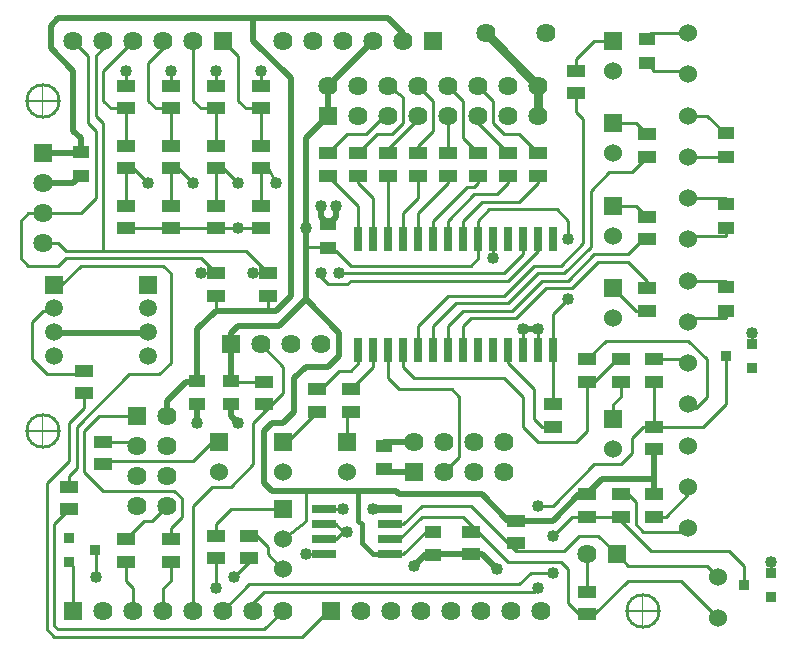
<source format=gbl>
G04  Format:          Gerber Format (RS-274-D), ASCII*
G04*
G04  Format Options:  Absolute Positioning*
G04                   Leading-Zero Suppression*
G04                   Scale Factor 1:1*
G04                   NO Circular Interpolation*
G04                   Millimeter Units*
G04                   Numeric Format: 4.4 (XXXX.XXXX)*
G04                   G54 NOT Used for Aperture Change*
G04                   Apertures Embedded*
G04*
G04  File Options:    Offset = (0.000mm,0.000mm)*
G04                   Drill Symbol Size = 0.000mm*
G04                   No Pad/Via Holes*
G04*
G04  File Contents:   Pads*
G04                   Vias*
G04                   No Designators*
G04                   No Types*
G04                   No Values*
G04                   No Drill Symbols*
G04                   Bottom*
G04*
%INARHAB_VB.GBL*%
%ICAS*%
%MOMM*%
G04*
G04  Aperture MACROs for general use --- invoked via D-code assignment *
G04*
G04  General MACRO for flashed round with rotation and/or offset hole *
%AMROTOFFROUND*
1,1,$1,0.0000,0.0000*
1,0,$2,$3,$4*%
G04*
G04  General MACRO for flashed oval (obround) with rotation and/or offset hole *
%AMROTOFFOVAL*
21,1,$1,$2,0.0000,0.0000,$3*
1,1,$4,$5,$6*
1,1,$4,0-$5,0-$6*
1,0,$7,$8,$9*%
G04*
G04  General MACRO for flashed oval (obround) with rotation and no hole *
%AMROTOVALNOHOLE*
21,1,$1,$2,0.0000,0.0000,$3*
1,1,$4,$5,$6*
1,1,$4,0-$5,0-$6*%
G04*
G04  General MACRO for flashed rectangle with rotation and/or offset hole *
%AMROTOFFRECT*
21,1,$1,$2,0.0000,0.0000,$3*
1,0,$4,$5,$6*%
G04*
G04  General MACRO for flashed rectangle with rotation and no hole *
%AMROTRECTNOHOLE*
21,1,$1,$2,0.0000,0.0000,$3*%
G04*
G04  General MACRO for flashed rounded-rectangle *
%AMROUNDRECT*
21,1,$1,$2-$4,0.0000,0.0000,$3*
21,1,$1-$4,$2,0.0000,0.0000,$3*
1,1,$4,$5,$6*
1,1,$4,$7,$8*
1,1,$4,0-$5,0-$6*
1,1,$4,0-$7,0-$8*
1,0,$9,$10,$11*%
G04*
G04  General MACRO for flashed rounded-rectangle with rotation and no hole *
%AMROUNDRECTNOHOLE*
21,1,$1,$2-$4,0.0000,0.0000,$3*
21,1,$1-$4,$2,0.0000,0.0000,$3*
1,1,$4,$5,$6*
1,1,$4,$7,$8*
1,1,$4,0-$5,0-$6*
1,1,$4,0-$7,0-$8*%
G04*
G04  General MACRO for flashed regular polygon *
%AMREGPOLY*
5,1,$1,0.0000,0.0000,$2,$3+$4*
1,0,$5,$6,$7*%
G04*
G04  General MACRO for flashed regular polygon with no hole *
%AMREGPOLYNOHOLE*
5,1,$1,0.0000,0.0000,$2,$3+$4*%
G04*
G04  General MACRO for target *
%AMTARGET*
6,0,0,$1,$2,$3,4,$4,$5,$6*%
G04*
G04  General MACRO for mounting hole *
%AMMTHOLE*
1,1,$1,0,0*
1,0,$2,0,0*
$1=$1-$2*
$1=$1/2*
21,1,$2+$1,$3,0,0,$4*
21,1,$3,$2+$1,0,0,$4*%
G04*
G04*
G04  D10 : "Ellipse X0.254mm Y0.254mm H0.000mm 0.0deg (0.000mm,0.000mm) Draw"*
G04  Disc: OuterDia=0.2540*
%ADD10C, 0.2540*%
G04  D11 : "Ellipse X0.279mm Y0.279mm H0.000mm 0.0deg (0.000mm,0.000mm) Draw"*
G04  Disc: OuterDia=0.2794*
%ADD11C, 0.2794*%
G04  D12 : "Ellipse X0.381mm Y0.381mm H0.000mm 0.0deg (0.000mm,0.000mm) Draw"*
G04  Disc: OuterDia=0.3810*
%ADD12C, 0.3810*%
G04  D13 : "Ellipse X0.508mm Y0.508mm H0.000mm 0.0deg (0.000mm,0.000mm) Draw"*
G04  Disc: OuterDia=0.5080*
%ADD13C, 0.5080*%
G04  D14 : "Ellipse X0.635mm Y0.635mm H0.000mm 0.0deg (0.000mm,0.000mm) Draw"*
G04  Disc: OuterDia=0.6350*
%ADD14C, 0.6350*%
G04  D15 : "Ellipse X0.762mm Y0.762mm H0.000mm 0.0deg (0.000mm,0.000mm) Draw"*
G04  Disc: OuterDia=0.7620*
%ADD15C, 0.7620*%
G04  D16 : "Ellipse X0.127mm Y0.127mm H0.000mm 0.0deg (0.000mm,0.000mm) Draw"*
G04  Disc: OuterDia=0.1270*
%ADD16C, 0.1270*%
G04  D17 : "Ellipse X0.152mm Y0.152mm H0.000mm 0.0deg (0.000mm,0.000mm) Draw"*
G04  Disc: OuterDia=0.1524*
%ADD17C, 0.1524*%
G04  D18 : "Ellipse X0.180mm Y0.180mm H0.000mm 0.0deg (0.000mm,0.000mm) Draw"*
G04  Disc: OuterDia=0.1800*
%ADD18C, 0.1800*%
G04  D19 : "Ellipse X0.250mm Y0.250mm H0.000mm 0.0deg (0.000mm,0.000mm) Draw"*
G04  Disc: OuterDia=0.2500*
%ADD19C, 0.2500*%
G04  D20 : "Ellipse X3.152mm Y3.152mm H0.000mm 0.0deg (0.000mm,0.000mm) Flash"*
G04  Disc: OuterDia=3.1520*
%ADD20C, 3.1520*%
G04  D21 : "Ellipse X1.500mm Y1.500mm H0.000mm 0.0deg (0.000mm,0.000mm) Flash"*
G04  Disc: OuterDia=1.5000*
%ADD21C, 1.5000*%
G04  D22 : "Ellipse X1.524mm Y1.524mm H0.000mm 0.0deg (0.000mm,0.000mm) Flash"*
G04  Disc: OuterDia=1.5240*
%ADD22C, 1.5240*%
G04  D23 : "Ellipse X1.626mm Y1.626mm H0.000mm 0.0deg (0.000mm,0.000mm) Flash"*
G04  Disc: OuterDia=1.6256*
%ADD23C, 1.6256*%
G04  D24 : "Ellipse X1.652mm Y1.652mm H0.000mm 0.0deg (0.000mm,0.000mm) Flash"*
G04  Disc: OuterDia=1.6520*
%ADD24C, 1.6520*%
G04  D25 : "Ellipse X1.676mm Y1.676mm H0.000mm 0.0deg (0.000mm,0.000mm) Flash"*
G04  Disc: OuterDia=1.6760*
%ADD25C, 1.6760*%
G04  D26 : "Ellipse X1.778mm Y1.778mm H0.000mm 0.0deg (0.000mm,0.000mm) Flash"*
G04  Disc: OuterDia=1.7776*
%ADD26C, 1.7776*%
G04  D27 : "Mounting Hole X3.000mm Y3.000mm H0.000mm 0.0deg (0.000mm,0.000mm) Flash"*
G04  Mounting Hole: Diameter=3.0000, Rotation=0.0, LineWidth=0.1270 *
%ADD27MTHOLE, 3.0000 X2.4920 X0.1270 X0.0*%
G04  D28 : "Rectangle X0.813mm Y0.813mm H0.000mm 0.0deg (0.000mm,0.000mm) Flash"*
G04  Square: Side=0.8128, Rotation=0.0, OffsetX=0.0000, OffsetY=0.0000, HoleDia=0.0000*
%ADD28R, 0.8128 X0.8128*%
G04  D29 : "Rectangle X0.965mm Y0.965mm H0.000mm 0.0deg (0.000mm,0.000mm) Flash"*
G04  Square: Side=0.9648, Rotation=0.0, OffsetX=0.0000, OffsetY=0.0000, HoleDia=0.0000*
%ADD29R, 0.9648 X0.9648*%
G04  D30 : "Rectangle X1.500mm Y1.000mm H0.000mm 0.0deg (0.000mm,0.000mm) Flash"*
G04  Rectangular: DimX=1.5000, DimY=1.0000, Rotation=0.0, OffsetX=0.0000, OffsetY=0.0000, HoleDia=0.0000 *
%ADD30R, 1.5000 X1.0000*%
G04  D31 : "Rectangle X1.400mm Y1.100mm H0.000mm 0.0deg (0.000mm,0.000mm) Flash"*
G04  Rectangular: DimX=1.4000, DimY=1.1000, Rotation=0.0, OffsetX=0.0000, OffsetY=0.0000, HoleDia=0.0000 *
%ADD31R, 1.4000 X1.1000*%
G04  D32 : "Rectangle X1.652mm Y1.152mm H0.000mm 0.0deg (0.000mm,0.000mm) Flash"*
G04  Rectangular: DimX=1.6520, DimY=1.1520, Rotation=0.0, OffsetX=0.0000, OffsetY=0.0000, HoleDia=0.0000 *
%ADD32R, 1.6520 X1.1520*%
G04  D33 : "Rectangle X1.552mm Y1.252mm H0.000mm 0.0deg (0.000mm,0.000mm) Flash"*
G04  Rectangular: DimX=1.5520, DimY=1.2520, Rotation=0.0, OffsetX=0.0000, OffsetY=0.0000, HoleDia=0.0000 *
%ADD33R, 1.5520 X1.2520*%
G04  D34 : "Rectangle X1.500mm Y1.500mm H0.000mm 0.0deg (0.000mm,0.000mm) Flash"*
G04  Square: Side=1.5000, Rotation=0.0, OffsetX=0.0000, OffsetY=0.0000, HoleDia=0.0000*
%ADD34R, 1.5000 X1.5000*%
G04  D35 : "Rectangle X1.524mm Y1.524mm H0.000mm 0.0deg (0.000mm,0.000mm) Flash"*
G04  Square: Side=1.5240, Rotation=0.0, OffsetX=0.0000, OffsetY=0.0000, HoleDia=0.0000*
%ADD35R, 1.5240 X1.5240*%
G04  D36 : "Rectangle X1.626mm Y1.626mm H0.000mm 0.0deg (0.000mm,0.000mm) Flash"*
G04  Square: Side=1.6256, Rotation=0.0, OffsetX=0.0000, OffsetY=0.0000, HoleDia=0.0000*
%ADD36R, 1.6256 X1.6256*%
G04  D37 : "Rectangle X1.652mm Y1.652mm H0.000mm 0.0deg (0.000mm,0.000mm) Flash"*
G04  Square: Side=1.6520, Rotation=0.0, OffsetX=0.0000, OffsetY=0.0000, HoleDia=0.0000*
%ADD37R, 1.6520 X1.6520*%
G04  D38 : "Rectangle X1.676mm Y1.676mm H0.000mm 0.0deg (0.000mm,0.000mm) Flash"*
G04  Square: Side=1.6760, Rotation=0.0, OffsetX=0.0000, OffsetY=0.0000, HoleDia=0.0000*
%ADD38R, 1.6760 X1.6760*%
G04  D39 : "Rectangle X1.778mm Y1.778mm H0.000mm 0.0deg (0.000mm,0.000mm) Flash"*
G04  Square: Side=1.7776, Rotation=0.0, OffsetX=0.0000, OffsetY=0.0000, HoleDia=0.0000*
%ADD39R, 1.7776 X1.7776*%
G04  D40 : "Rectangle X2.032mm Y0.660mm H0.000mm 0.0deg (0.000mm,0.000mm) Flash"*
G04  Rectangular: DimX=2.0320, DimY=0.6604, Rotation=0.0, OffsetX=0.0000, OffsetY=0.0000, HoleDia=0.0000 *
%ADD40R, 2.0320 X0.6604*%
G04  D41 : "Rectangle X0.660mm Y2.032mm H0.000mm 0.0deg (0.000mm,0.000mm) Flash"*
G04  Rectangular: DimX=0.6604, DimY=2.0320, Rotation=0.0, OffsetX=0.0000, OffsetY=0.0000, HoleDia=0.0000 *
%ADD41R, 0.6604 X2.0320*%
G04  D42 : "Rectangle X2.184mm Y0.812mm H0.000mm 0.0deg (0.000mm,0.000mm) Flash"*
G04  Rectangular: DimX=2.1840, DimY=0.8124, Rotation=0.0, OffsetX=0.0000, OffsetY=0.0000, HoleDia=0.0000 *
%ADD42R, 2.1840 X0.8124*%
G04  D43 : "Rectangle X0.812mm Y2.184mm H0.000mm 0.0deg (0.000mm,0.000mm) Flash"*
G04  Rectangular: DimX=0.8124, DimY=2.1840, Rotation=0.0, OffsetX=0.0000, OffsetY=0.0000, HoleDia=0.0000 *
%ADD43R, 0.8124 X2.1840*%
G04  D44 : "Ellipse X1.016mm Y1.016mm H0.000mm 0.0deg (0.000mm,0.000mm) Flash"*
G04  Disc: OuterDia=1.0160*
%ADD44C, 1.0160*%
G04  D45 : "Ellipse X1.168mm Y1.168mm H0.000mm 0.0deg (0.000mm,0.000mm) Flash"*
G04  Disc: OuterDia=1.1680*
%ADD45C, 1.1680*%
G04*
%FSLAX44Y44*%
%SFA1B1*%
%OFA0.000B0.000*%
G04*
G71*
G90*
G01*
D2*
%LNBottom*%
D11*
X1127125Y485775*
X1120775Y492125D1*
X1130300D2*
X1127125Y495300D1*
Y581025D2*
X1139825Y593725D1*
X1120775Y615950D2*
X1139825Y635000D1*
Y612775D2*
Y622300D1*
Y635000D2*
Y666750D1*
D2*
D13*
X1127125Y742950*
Y743900D1*
D2*
D11*
X1108075Y720725*
Y752475D1*
X1120775Y708025D2*
X1108075Y720725D1*
X1130300Y800100D2*
X1136650Y806450D1*
X1104900Y800100D2*
X1130300D1*
X1098550Y806450D2*
X1104900Y800100D1*
X1136650Y812800D2*
X1130300Y819150D1*
X1117600*
X1133475Y784225D2*
X1127125D1*
Y783900*
X1133475Y784225D2*
X1133150Y783900D1*
X1127125*
X1104900Y844550D2*
X1117600D1*
D2*
D13*
X1130300Y1009650*
X1123950Y1003300D1*
D2*
D10*
X1193800Y508000*
Y527050D1*
D2*
D11*
X1162050Y555625*
X1161923Y559435D1*
X1162050Y555625D2*
X1161923Y555752D1*
Y559435*
X1162050Y555625D2*
Y536575D1*
X1187450Y568325D2*
X1190625Y571500D1*
X1203325Y584200D2*
X1190625Y571500D1*
X1209675Y584200D2*
X1203325D1*
X1146175Y628650D2*
Y663575D1*
X1152525Y625475D2*
Y660400D1*
X1165225Y673100*
X1196975*
X1168400Y631825D2*
X1171575Y635000D1*
X1196975Y650875D2*
Y647700D1*
Y650875D2*
X1168400D1*
X1190625Y708025D2*
X1216025D1*
D2*
D13*
X1206500Y742950*
Y743900D1*
D2*
D11*
X1146175Y708025*
X1152525Y711200D1*
D2*
D10*
X1187450Y882650*
Y850900D1*
X1206500Y869950D2*
X1193800Y882650D1*
X1187450*
D2*
D11*
X1162050Y857250*
X1149350Y844550D1*
D2*
D13*
Y896300*
Y895350D1*
Y908050D2*
Y895350D1*
D2*
D10*
X1206500Y939800*
X1212850Y933450D1*
X1168400Y939800D2*
X1174750Y933450D1*
X1187450D2*
X1174750D1*
D2*
D11*
X1187450Y952500*
Y965200D1*
D2*
D10*
X1168400*
Y939800D1*
X1206500Y971550D2*
Y939800D1*
X1155700Y920750D2*
Y977900D1*
X1162050D2*
X1168400Y984250D1*
X1162050Y977900D2*
Y927100D1*
X1168400Y920750*
D2*
D11*
X1244600Y508000*
Y514350D1*
X1270000Y508000D2*
X1292225Y530225D1*
X1263650Y571500D2*
Y581025D1*
X1276350Y593725*
X1292225Y549275D2*
Y552450D1*
X1279525Y536575D2*
X1292225Y549275D1*
D2*
D10*
X1225550Y577850*
Y568325D1*
D2*
D11*
Y577850*
X1235075Y587375D1*
Y603250*
X1260475Y612775D2*
X1276350D1*
X1266825Y650875D2*
X1260475D1*
D2*
D13*
X1247775Y669925*
Y666750D1*
X1276350Y673100D2*
Y682625D1*
X1282700Y666750D2*
X1276350Y673100D1*
X1247775Y669925D2*
Y682625D1*
D2*
D11*
X1244600Y635000*
X1260475Y650875D1*
D2*
D13*
X1244600Y701675*
X1238250D1*
X1276350Y702625D2*
X1273175Y701675D1*
X1244600D2*
X1247775Y702625D1*
Y746125*
X1282700Y749300D2*
X1276350Y742950D1*
Y733425*
Y702625*
D2*
D11*
X1225550Y831850*
X1263650D1*
X1282700*
X1263650Y793750D2*
X1250950Y806450D1*
Y793750D2*
X1263650D1*
D2*
D10*
Y882650*
Y850900D1*
Y882650D2*
X1270000D1*
X1282700Y869950D2*
X1270000Y882650D1*
X1244600Y869950D2*
X1231900Y882650D1*
X1225550D2*
Y850900D1*
X1231900Y882650D2*
X1225550D1*
X1282700Y939800D2*
X1289050Y933450D1*
X1263650D2*
X1250950D1*
D2*
D11*
X1263650Y965200*
Y952500D1*
D2*
D10*
X1244600Y939800*
X1250950Y933450D1*
D2*
D11*
X1225550Y965200*
Y952500D1*
D2*
D10*
X1282700Y977900*
Y939800D1*
D2*
D11*
X1320800Y508000*
X1304925Y492125D1*
X1362075Y511175D2*
X1336675Y485775D1*
X1362075Y511175D2*
X1361440Y510540D1*
Y508000*
X1355725Y555625D2*
X1339850D1*
X1355725Y568325D2*
X1365250D1*
Y581025D2*
X1355725D1*
X1339850Y584200D2*
X1320800Y568325D1*
Y542925D2*
X1317625Y546100D1*
X1308100Y561975D2*
X1298575Y571500D1*
X1308100Y555625D2*
X1317625Y546100D1*
X1308100Y555625D2*
Y561975D1*
D2*
D13*
X1304925Y660400*
Y615950D1*
D2*
D11*
X1320800Y650875*
X1327150Y654050D1*
X1349375Y676275D2*
X1327150Y654050D1*
D2*
D13*
X1304925Y660400*
X1311275Y666750D1*
X1320800*
X1330325Y676275*
D2*
D11*
X1304925*
Y682625D1*
X1311275D2*
X1304925Y676275D1*
X1327150Y654050D2*
X1323975Y650875D1*
X1320800*
D2*
D13*
X1368425Y742950*
Y723900D1*
X1358900Y714375D2*
X1368425Y723900D1*
X1330325Y704850D2*
X1339850Y714375D1*
X1358900*
D2*
D11*
X1320800Y692150*
Y714375D1*
X1301750Y733425D2*
X1320800Y714375D1*
X1352550Y695325D2*
X1349375D1*
X1352550D2*
X1368425Y711200D1*
X1358900Y815025D2*
Y815975D1*
D2*
D13*
X1339850Y831850*
Y815975D1*
D2*
D11*
X1358900D1*
X1365250Y812800D2*
X1358900Y815025D1*
X1352550Y790575D2*
Y793750D1*
X1358900Y784225D2*
X1352550Y790575D1*
D2*
D13*
X1339850Y815975*
Y771525D1*
D2*
D10*
X1301750Y850900*
Y882650D1*
X1308100D2*
X1301750D1*
X1314450Y869950D2*
X1308100Y882650D1*
D2*
D13*
X1352550Y850900*
Y841375D1*
X1365250D2*
Y850900D1*
D2*
D11*
X1301750Y965200*
Y952500D1*
D2*
D13*
X1358900*
Y927100D1*
X1412875Y593725D2*
X1411605D1*
X1397000D2*
X1411605D1*
D2*
D11*
X1412875Y555625*
X1422400D1*
X1419225Y568325D2*
X1411605D1*
X1438275Y587375D2*
X1419225Y568325D1*
X1422400Y581025D2*
X1411605D1*
X1438275Y596900D2*
X1422400Y581025D1*
D2*
D12*
X1384300Y584200*
X1387475Y581025D1*
D2*
D11*
X1422400Y555625*
X1441450Y574675D1*
D2*
D12*
X1387475Y581025*
Y565150D1*
X1397000Y555625*
X1411605*
X1412875*
D2*
D13*
X1431925Y546100*
X1441450Y555625D1*
X1406525Y627700D2*
X1409700Y625475D1*
X1431925D2*
X1409700D1*
X1406525Y650875D2*
Y647700D1*
Y650875D2*
X1431925D1*
D2*
D11*
X1377950Y676275*
X1374775Y673100D1*
Y650875D2*
Y673100D1*
D2*
D10*
X1431925Y704850*
X1422400Y714375D1*
Y728345*
D2*
D11*
X1409700*
Y704850D1*
X1435100Y749300D2*
Y728345D1*
X1384300Y717550D2*
Y728345D1*
X1397000Y714375D2*
Y728345D1*
Y714375D2*
X1377950Y695325D1*
X1409700Y704850D2*
X1419225Y695325D1*
X1377950Y711200D2*
X1384300Y717550D1*
X1377950Y787400D2*
X1374775Y784225D1*
D2*
D10*
X1435100Y876300*
Y857250D1*
X1422400Y844550D2*
X1435100Y857250D1*
X1384300Y876300D2*
Y869950D1*
X1397000Y857250D2*
X1384300Y869950D1*
D2*
D11*
X1409700Y898525*
Y895350D1*
X1387475Y898525D2*
X1384300Y895350D1*
X1435100Y901700D2*
Y895350D1*
X1387475Y898525D2*
X1400175Y911225D1*
X1412875*
X1390650D2*
X1374775D1*
X1422400Y942975D2*
X1409700Y952500D1*
X1422400Y920750D2*
Y942975D1*
X1435100Y923925D2*
Y927100D1*
X1406525D2*
X1409700D1*
D2*
D13*
Y1009650*
X1422400Y996950D1*
D2*
D11*
X1473200Y555625*
X1479550D1*
Y596900D2*
X1514475Y561975D1*
D2*
D13*
X1511300Y584200*
X1511101D1*
D2*
D11*
X1517650Y558800*
X1514475Y561975D1*
X1482725Y577850D2*
X1479550Y574675D1*
X1511300Y549275D2*
X1482725Y577850D1*
X1473200Y587375D2*
X1482725Y577850D1*
X1517650Y558800D2*
Y565150D1*
D2*
D13*
X1511300Y584200*
X1517650D1*
X1489075Y606425D2*
X1511300Y584200D1*
X1454150Y555625D2*
X1473200D1*
X1479550D2*
X1489075D1*
X1501775Y542925*
D2*
D11*
X1470025Y638175*
X1457325Y625475D1*
X1473200Y749300D2*
X1479550Y755650D1*
X1473200Y728345D2*
Y749300D1*
X1460500Y728345D2*
Y749300D1*
X1517650Y755650D2*
X1479550D1*
X1511300Y725170D2*
Y728345D1*
X1463675Y695325D2*
X1470025Y688975D1*
X1511300Y725170D2*
Y717550D1*
X1485900Y806450D2*
X1479550Y800100D1*
X1485900Y806450D2*
Y822325D1*
X1498600Y806450D2*
Y822325D1*
X1460500Y774700D2*
X1508125D1*
X1466850Y768350D2*
X1511300D1*
D2*
D10*
X1460500Y876300*
Y869950D1*
X1485900Y876300D2*
Y869950D1*
X1482725Y866775D2*
X1485900Y869950D1*
X1476375Y866775D2*
X1482725D1*
Y860425D2*
X1501775D1*
X1511300Y876300D2*
Y869950D1*
X1501775Y860425D2*
X1511300Y869950D1*
X1489075Y854075D2*
X1520825D1*
D2*
D11*
X1460500Y898525*
Y895350D1*
X1482725Y898525D2*
X1485900Y895350D1*
X1482725Y898525D2*
X1473200Y908050D1*
X1520825Y911225D2*
X1508125D1*
Y898525D2*
X1511300Y895350D1*
X1460500Y952500D2*
X1473200Y939800D1*
X1485900Y920750D2*
Y927100D1*
Y952500D2*
X1498600Y939800D1*
Y920750D2*
Y939800D1*
X1571625Y504825D2*
X1577975D1*
X1562100Y514350D2*
X1571625Y504825D1*
X1533525Y523875D2*
X1536700Y527050D1*
X1584325Y504825D2*
X1577975D1*
Y555625D2*
Y549275D1*
D2*
D13*
X1571625Y606425*
X1577975D1*
X1549400Y584200D2*
X1571625Y606425D1*
D2*
D11*
Y571500*
X1587500D1*
X1555750Y549275D2*
X1562100Y542925D1*
X1530350Y539750D2*
X1549400D1*
Y596900D2*
X1536700D1*
X1565275Y587375D2*
X1577975D1*
X1549400Y571500D2*
X1565275Y587375D1*
X1558925Y558800D2*
X1571625Y571500D1*
X1549400Y663575D2*
X1539875D1*
X1533525Y669925D2*
X1539875Y663575D1*
X1568450Y650875D2*
X1577975Y660400D1*
X1536700Y650875D2*
X1568450D1*
X1577975Y720725D2*
X1593850Y736600D1*
X1577975Y701675D2*
X1584325D1*
X1536700Y727075D2*
Y728345D1*
X1549400D2*
Y733425D1*
Y758825*
X1536700Y746125D2*
Y728345D1*
X1562100Y787400D2*
X1584325Y809625D1*
X1565275Y781050D2*
X1587500Y803275D1*
X1581150Y815975D2*
X1558925Y793750D1*
X1574800Y819150D2*
X1555750Y800100D1*
X1536700Y822325D2*
Y812800D1*
X1555750Y800100D2*
X1533525D1*
X1558925Y793750D2*
X1536700D1*
X1562100Y787400D2*
X1539875D1*
X1543050Y781050D2*
X1565275D1*
D2*
D10*
X1536700Y876300*
Y869950D1*
D2*
D11*
X1581150Y863600*
X1597025Y879475D1*
D2*
D15*
X1536700Y927100*
Y952500D1*
D2*
D11*
X1574800Y923925*
X1568450Y930275D1*
Y946150*
Y974725D2*
Y965200D1*
X1606550Y584200D2*
Y587375D1*
X1657350Y574675D2*
X1663700Y577775D1*
X1612900Y606425D2*
X1606550D1*
X1619250Y600075D2*
X1612900Y606425D1*
X1619250Y600075D2*
Y581025D1*
X1625600Y574675D2*
X1657350D1*
X1625600D2*
X1619250Y581025D1*
X1644650Y587375D2*
X1663700Y606425D1*
X1644650Y587375D2*
X1635125D1*
X1612900Y546100D2*
X1603375Y555625D1*
X1631950Y558800D2*
X1606550Y584200D1*
X1657350Y574675D2*
X1660450Y577775D1*
X1663700*
X1616075Y641350D2*
Y654050D1*
X1625600Y663575*
X1635125*
X1616075Y641350D2*
X1606550Y631825D1*
D2*
D13*
X1635125Y619125*
Y644525D1*
D2*
D11*
X1670050Y679450*
X1663700Y682550D1*
X1670050Y679450D2*
X1666950Y682550D1*
X1663700*
X1635125Y720725D2*
X1657350D1*
X1606550Y701675D2*
Y688975D1*
X1663700Y752400D2*
Y755650D1*
Y717550D2*
X1657350Y720725D1*
X1660525Y717550*
X1663700*
Y822250D2*
Y825500D1*
X1628775Y787400D2*
Y781050D1*
X1612900Y803275D2*
X1628775Y787400D1*
X1625600Y822325D2*
X1628775D1*
X1612900Y809625D2*
X1625600Y822325D1*
X1628775Y841375D2*
X1619250Y850900D1*
X1616075Y879475D2*
X1628775Y892175D1*
X1663700Y892100D2*
Y892175D1*
Y961950D2*
Y965200D1*
X1635125D2*
X1663700D1*
X1628775Y971550D2*
X1635125Y965200D1*
X1663700Y996950D2*
X1631950D1*
X1711325Y530225D2*
X1711452Y529590D1*
X1689100Y536650D2*
X1679575Y546100D1*
X1733550Y549275D2*
Y539750D1*
X1698625Y558800D2*
X1711325Y546100D1*
X1679575Y720725D2*
Y688975D1*
X1695450Y723900D2*
X1695577Y723265D1*
X1717675Y742950D2*
Y733425D1*
X1695450Y782000D2*
Y787400D1*
Y825500D2*
Y831850D1*
Y851850D2*
Y857250D1*
Y911225D2*
Y912175D1*
X1127125Y495300D2*
Y581025D1*
X1120775Y492125D2*
Y615950D1*
X1098550Y838200D2*
Y806450D1*
X1104900Y844550D2*
X1098550Y838200D1*
X1108075Y752475D2*
X1117600Y762000D1*
X1127125Y763900D2*
X1117600Y762000D1*
D2*
D13*
X1123950Y1003300*
Y984250D1*
D2*
D10*
X1193800Y527050*
X1187450Y533400D1*
Y549275D2*
Y533400D1*
D2*
D11*
X1168400Y609600*
X1152525Y625475D1*
D2*
D10*
X1187450Y933450*
Y901700D1*
X1155700Y920750D2*
X1162050Y914400D1*
D2*
D11*
Y857250D1*
D2*
D10*
X1168400Y920750*
Y812800D1*
D2*
D11*
X1146175Y663575*
X1190625Y708025D1*
X1152525Y679450D2*
Y692150D1*
D2*
D10*
X1193800Y990600*
X1168400Y965200D1*
Y984250D2*
Y990600D1*
D2*
D11*
X1244600Y514350*
Y596900D1*
X1260475Y612775*
X1263650Y527050D2*
Y552450D1*
D2*
D10*
X1225550Y549275*
Y533400D1*
D2*
D11*
X1235075Y603250*
X1228725Y609600D1*
D2*
D10*
X1263650Y933450*
Y901700D1*
X1225550Y933450D2*
Y901700D1*
D2*
D11*
X1263650Y774700*
Y762000D1*
D2*
D13*
X1247775Y746125D1*
D2*
D11*
X1225550Y717550*
Y793750D1*
D2*
D13*
X1222375Y685800*
X1238250Y701675D1*
X1222375Y685800D2*
Y673100D1*
D2*
D10*
X1282700Y977900*
X1270000Y990600D1*
D2*
D11*
X1339850Y609600*
Y584200D1*
D2*
D13*
X1311275Y609600*
X1339850D1*
X1304925Y615950D2*
X1311275Y609600D1*
D2*
D10*
X1301750Y933450*
Y901700D1*
D2*
D13*
X1314450Y762000*
X1308100D1*
D2*
D11*
Y774700*
Y762000D1*
D2*
D13*
X1352550Y841375*
X1358900Y835025D1*
X1365250Y841375*
X1327150Y774700D2*
X1314450Y762000D1*
D2*
D11*
X1311275Y682625*
X1320800Y692150D1*
D2*
D13*
X1330325Y676275*
Y704850D1*
X1339850Y771525D2*
X1368425Y742950D1*
X1339850Y771525D2*
X1317625Y749300D1*
X1339850Y908050D2*
Y831850D1*
X1358900Y927100D2*
X1339850Y908050D1*
D2*
D12*
X1384300Y609600*
Y584200D1*
D2*
D13*
Y609600*
X1416050D1*
X1419225Y606425*
D2*
D10*
X1397000Y822325*
Y857250D1*
X1409700Y876300D2*
Y822325D1*
X1422400D2*
Y844550D1*
X1435100Y822325D2*
Y844550D1*
X1384300Y822325D2*
Y850900D1*
D2*
D11*
X1422400Y920750*
X1412875Y911225D1*
X1390650D2*
X1406525Y927100D1*
X1409700Y898525D2*
X1435100Y923925D1*
D2*
D13*
X1422400Y996950*
Y990600D1*
D2*
D10*
X1460500Y838200*
X1482725Y860425D1*
X1473200Y838200D2*
X1489075Y854075D1*
D2*
D11*
X1460500Y749300*
X1473200Y762000D1*
X1485900Y838200D2*
X1495425Y847725D1*
D2*
D10*
X1473200Y822325*
Y838200D1*
D2*
D11*
X1485900Y822325*
Y838200D1*
D2*
D10*
X1460500Y822325*
Y838200D1*
D2*
D11*
X1473200Y762000*
X1514475D1*
X1508125Y911225D2*
X1498600Y920750D1*
X1508125Y898525D2*
X1485900Y920750D1*
X1460500Y927100D2*
Y898525D1*
X1473200Y908050D2*
Y939800D1*
X1562100Y542925D2*
Y514350D1*
X1549400Y596900D2*
X1584325Y631825D1*
X1577975Y523875D2*
Y549275D1*
D2*
D13*
X1590675Y619125*
X1577975Y606425D1*
D2*
D11*
X1581150Y815975*
Y863600D1*
X1574800Y923925D2*
Y819150D1*
X1552575Y847725D2*
X1562100Y838200D1*
Y822325*
X1549400Y682625D2*
Y728345D1*
X1562100Y771525D2*
X1549400Y758825D1*
X1533525Y695325D2*
Y669925D1*
X1577975Y701675D2*
Y660400D1*
X1568450Y974725D2*
X1584325Y990600D1*
D2*
D13*
X1635125Y606425*
Y619125D1*
D2*
D11*
X1663700Y606425*
Y612775D1*
X1612900Y533400D2*
X1657350D1*
X1635125Y701675D2*
Y663575D1*
X1619250Y762000D2*
X1628775D1*
Y911225D2*
X1619250Y920750D1*
X1628775Y991550D2*
X1631950Y996950D1*
X1711325Y546100D2*
Y530225D1*
X1695450Y755650D2*
Y762000D1*
Y682625D2*
Y723900D1*
Y911225D2*
X1679575Y927100D1*
D2*
D10*
X1244600Y990600*
Y939800D1*
D2*
D13*
X1327150Y774700*
Y958850D1*
D2*
D11*
X1470025Y688975*
Y638175D1*
D2*
D10*
X1219200Y508000*
Y527050D1*
D2*
D11*
X1139825Y549275*
X1143000Y546100D1*
X1209675Y584200D2*
X1222375Y596900D1*
X1139825Y622300D2*
X1146175Y628650D1*
X1139825Y666750D2*
X1152525Y679450D1*
X1171575Y635000D2*
X1244600D1*
X1216025Y708025D2*
X1225550Y717550D1*
D2*
D13*
X1206500Y742950*
X1127125D1*
D2*
D11*
X1120775Y708025*
X1146175D1*
X1187450Y831850D2*
X1225550D1*
X1136650Y806450D2*
X1250950D1*
X1168400Y812800D2*
X1136650D1*
X1219200Y800100D2*
X1149350D1*
X1133475Y784225*
X1225550Y793750D2*
X1219200Y800100D1*
D2*
D13*
X1149350Y876300*
X1143000Y869950D1*
X1117600D2*
X1143000D1*
X1117600Y895350D2*
X1149350D1*
D2*
D11*
Y844550*
X1117600D1*
D2*
D10*
X1225550Y933450*
X1212850D1*
X1219200Y984250D2*
X1206500Y971550D1*
D2*
D13*
X1143000Y965200*
X1123950Y984250D1*
D2*
D11*
X1295400Y508000*
Y514350D1*
X1304925Y523875*
X1533525*
X1292225Y530225D2*
X1520825D1*
X1447800Y555625D2*
Y554675D1*
X1517650Y558800D2*
X1558925D1*
X1438275Y596900D2*
X1479550D1*
X1371600Y593725D2*
X1355725D1*
X1365250Y568325D2*
X1371600Y574675D1*
X1365250Y581025*
X1511300Y549275D2*
X1555750D1*
X1438275Y587375D2*
X1473200D1*
X1371600Y574675D2*
X1374775D1*
X1441450D2*
X1447800D1*
D2*
D13*
X1517650Y584200*
X1549400D1*
D2*
D11*
X1320800Y593725*
X1276350D1*
X1298575Y571500D2*
X1292225D1*
D2*
D13*
X1419225Y606425*
X1489075D1*
X1447800Y555625D2*
X1454150D1*
X1441450D2*
X1447800D1*
D2*
D11*
X1276350Y612775*
X1295400Y631825D1*
X1524000Y663575D2*
X1536700Y650875D1*
X1295400Y631825D2*
Y666750D1*
X1304925Y676275*
X1524000Y723900D2*
Y728345D1*
X1447800D2*
Y749300D1*
D2*
D13*
X1524000Y746125*
X1536700D1*
D2*
D11*
X1419225Y695325*
X1463675D1*
X1511300Y717550D2*
X1533525Y695325D1*
D2*
D10*
X1508125Y704850*
X1431925D1*
D2*
D11*
X1508125*
X1524000Y688975D1*
Y746125D2*
Y728345D1*
X1273175Y701675D2*
X1304925D1*
X1368425Y711200D2*
X1377950D1*
D2*
D13*
X1317625Y749300*
X1282700D1*
D2*
D11*
Y831850*
X1301750D1*
X1308100Y793750D2*
X1289050Y812800D1*
X1295400Y793750D2*
X1308100D1*
X1377950Y800100D2*
X1479550D1*
X1377950D2*
X1365250Y812800D1*
X1374775Y784225D2*
X1358900D1*
X1511300Y787400D2*
X1377950D1*
X1536700Y812800D2*
X1511300Y787400D1*
X1524000Y809625D2*
Y822325D1*
X1508125Y793750D2*
X1368425D1*
X1508125D2*
X1524000Y809625D1*
X1533525Y800100D2*
X1508125Y774700D1*
X1511300Y768350D2*
X1536700Y793750D1*
D2*
D10*
X1435100Y844550*
X1460500Y869950D1*
X1384300Y850900D2*
X1358900Y876300D1*
X1520825Y854075D2*
X1536700Y869950D1*
D2*
D11*
X1495425Y847725*
X1552575D1*
X1536700Y895350D2*
X1520825Y911225D1*
X1374775D2*
X1358900Y895350D1*
D2*
D10*
X1301750Y933450*
X1289050D1*
D2*
D11*
X1435100Y952500*
X1447800Y939800D1*
D2*
D13*
X1409700Y1009650*
X1295400D1*
D2*
D11*
X1587500Y571500*
X1603375Y555625D1*
X1577975Y587375D2*
X1606550D1*
X1679575Y546100D2*
X1612900D1*
X1631950Y558800D2*
X1698625D1*
D2*
D13*
X1590675Y619125*
X1635125D1*
D2*
D11*
X1584325Y631825*
X1606550D1*
X1600200Y669925D2*
Y682625D1*
X1635125Y663575D2*
X1676400D1*
X1695450Y682625*
X1663700Y736600D2*
X1679575Y720725D1*
X1593850Y736600D2*
X1663700D1*
X1584325Y701675D2*
X1600200Y717550D1*
X1606550Y720725D2*
X1600200Y717550D1*
X1695450Y755650D2*
X1663700D1*
X1695450Y825500D2*
X1663700D1*
Y787400D2*
X1695450D1*
X1587500Y803275D2*
X1612900D1*
X1584325Y809625D2*
X1612900D1*
X1663700Y857250D2*
X1695450D1*
X1619250Y850900D2*
X1600200D1*
X1597025Y879475D2*
X1616075D1*
X1695450Y892175D2*
X1663700D1*
X1619250Y920750D2*
X1600200D1*
X1663700Y927100D2*
X1679575D1*
D2*
D10*
X1219200Y527050*
X1225550Y533400D1*
D2*
D11*
X1143000Y546100*
Y508000D1*
X1228725Y609600D2*
X1168400D1*
D2*
D13*
X1149350Y908050*
X1143000Y914400D1*
D2*
D10*
X1219200Y990600*
Y984250D1*
X1155700Y977900D2*
X1143000Y990600D1*
D2*
D11*
X1520825Y530225*
X1530350Y539750D1*
D2*
D13*
X1339850Y609600*
X1384300D1*
X1308100Y762000D2*
X1263650D1*
D2*
D10*
X1447800Y838200*
X1476375Y866775D1*
D2*
D11*
X1435100Y749300*
X1460500Y774700D1*
X1447800Y749300D2*
X1466850Y768350D1*
D2*
D10*
X1447800Y822325*
Y838200D1*
D2*
D11*
X1514475Y762000*
X1539875Y787400D1*
X1517650Y755650D2*
X1543050Y781050D1*
X1524000Y663575D2*
Y688975D1*
X1447800Y914400D2*
Y939800D1*
X1435100Y901700D2*
X1447800Y914400D1*
D2*
D13*
X1295400Y1009650*
Y990600D1*
X1327150Y958850*
D2*
D11*
X1657350Y533400*
X1689100Y501650D1*
X1584325Y504825D2*
X1612900Y533400D1*
X1670050Y679450D2*
X1679575Y688975D1*
X1606550D2*
X1600200Y682625D1*
X1619250Y762000D2*
X1600200Y781050D1*
X1584325Y990600D2*
X1600200D1*
D2*
D13*
X1143000Y914400*
Y965200D1*
D2*
D15*
X1492250Y996950*
X1536700Y952500D1*
D2*
D13*
X1397000Y990600*
X1358900Y952500D1*
D2*
D11*
X1304925Y492125*
X1130300D1*
X1336675Y485775D2*
X1127125D1*
X1168400Y812800D2*
X1289050D1*
D2*
D13*
X1295400Y1009650*
X1130300D1*
D2*
D27*
X1117600Y660400D3*
Y939800D3*
D30*
X1187450Y568325D3*
Y549275D3*
D44*
X1206500Y869950D3*
X1187450Y965200D3*
D30*
Y933450D3*
Y952500D3*
D44*
X1282700Y666750D3*
X1247775D3*
D22*
X1266825Y625475D3*
D35*
Y650875D3*
D44*
X1250950Y793750D3*
X1282700Y869950D3*
X1244600D3*
X1263650Y965200D3*
D30*
Y933450D3*
Y952500D3*
D44*
X1339850Y555625D3*
X1352550Y793750D3*
X1314450Y869950D3*
X1352550Y850900D3*
X1431925Y546100D3*
X1397000Y593725D3*
D31*
X1406525Y627700D3*
Y647700D3*
D44*
X1501775Y542925D3*
D30*
X1479550Y574675D3*
Y555625D3*
D44*
X1498600Y806450D3*
X1549400Y571500D3*
X1536700Y596900D3*
Y746125D3*
D30*
X1577975Y720725D3*
Y701675D3*
D44*
X1562100Y771525D3*
Y822325D3*
D27*
X1625600Y508000D3*
D30*
X1635125Y720725D3*
Y701675D3*
D44*
X1733550Y549275D3*
X1717675Y742950D3*
D28*
X1695577Y723265D3*
X1717675Y713105D3*
Y733425D3*
D44*
X1162050Y536575D3*
D30*
X1187450Y882650D3*
Y901700D3*
Y831850D3*
Y850900D3*
D44*
X1279525Y536575D3*
X1263650Y527050D3*
D30*
Y552450D3*
Y571500D3*
D44*
X1282700Y831850D3*
D30*
X1263650Y882650D3*
Y901700D3*
D31*
X1247775Y702625D3*
Y682625D3*
D30*
X1263650Y831850D3*
Y850900D3*
Y774700D3*
Y793750D3*
D44*
X1339850Y831850D3*
D30*
X1384300Y895350D3*
Y876300D3*
X1409700Y895350D3*
Y876300D3*
X1485900Y895350D3*
Y876300D3*
X1460500Y895350D3*
Y876300D3*
D23*
X1492250Y996950D3*
D44*
X1536700Y527050D3*
X1549400Y539750D3*
D30*
X1577975Y606425D3*
Y587375D3*
Y523875D3*
Y504825D3*
X1536700Y895350D3*
Y876300D3*
X1549400Y682625D3*
Y663575D3*
D23*
X1543050Y996950D3*
D30*
X1635125Y587375D3*
Y606425D3*
X1628775Y762000D3*
Y781050D3*
Y841375D3*
Y822325D3*
Y911225D3*
Y892175D3*
D31*
X1695450Y851850D3*
Y831850D3*
Y782000D3*
Y762000D3*
Y912175D3*
Y892175D3*
D30*
X1168400Y650875D3*
Y631825D3*
X1349375Y676275D3*
Y695325D3*
X1568450Y965200D3*
Y946150D3*
X1635125Y644525D3*
Y663575D3*
D31*
X1628775Y991550D3*
Y971550D3*
D28*
X1161923Y559435D3*
X1139825Y549275D3*
Y569595D3*
D30*
X1225550Y568325D3*
Y549275D3*
D44*
Y965200D3*
D30*
Y933450D3*
Y952500D3*
D44*
X1371600Y593725D3*
X1374775Y574675D3*
D31*
X1447800Y554675D3*
Y574675D3*
D22*
X1374775Y625475D3*
D35*
Y650875D3*
D22*
X1320800Y625475D3*
D35*
Y650875D3*
D44*
X1524000Y746125D3*
X1295400Y793750D3*
X1368425D3*
X1365250Y850900D3*
D30*
X1358900Y895350D3*
Y876300D3*
D44*
X1301750Y965200D3*
D30*
Y933450D3*
Y952500D3*
D36*
X1603375Y555625D3*
D23*
X1577975D3*
D30*
X1606550Y701675D3*
Y720725D3*
X1225550Y882650D3*
Y901700D3*
D31*
X1149350Y896300D3*
Y876300D3*
D23*
X1117600Y819150D3*
D36*
Y895350D3*
D23*
Y869950D3*
Y844550D3*
D30*
X1225550Y831850D3*
Y850900D3*
X1152525Y711200D3*
Y692150D3*
D34*
X1206500Y783900D3*
D21*
Y763900D3*
Y723900D3*
Y743900D3*
D34*
X1127125Y783900D3*
D21*
Y763900D3*
Y723900D3*
Y743900D3*
D36*
X1361440Y508000D3*
D23*
X1412240D3*
X1437640D3*
X1488440D3*
X1513840D3*
X1386840D3*
X1463040D3*
X1539240D3*
D30*
X1292225Y552450D3*
Y571500D3*
D22*
X1320800Y542925D3*
D35*
Y593725D3*
D22*
Y568325D3*
D40*
X1355725Y593725D3*
Y568325D3*
Y555625D3*
X1411605Y593725D3*
Y568325D3*
Y555625D3*
X1355725Y581025D3*
X1411605D3*
D30*
X1517650Y565150D3*
Y584200D3*
X1435100Y895350D3*
Y876300D3*
X1301750Y882650D3*
Y901700D3*
X1511300Y895350D3*
Y876300D3*
D31*
X1358900Y815025D3*
Y835025D3*
D30*
X1301750Y831850D3*
Y850900D3*
X1308100Y774700D3*
Y793750D3*
X1377950Y676275D3*
Y695325D3*
D41*
X1549400Y822325D3*
X1524000D3*
X1473200D3*
X1485900D3*
X1498600D3*
X1511300D3*
X1447800D3*
X1397000D3*
X1409700D3*
X1422400D3*
X1435100D3*
X1549400Y728345D3*
X1524000D3*
X1498600D3*
X1485900D3*
X1473200D3*
X1511300D3*
X1447800D3*
X1422400D3*
X1409700D3*
X1397000D3*
X1435100D3*
X1536700Y822325D3*
X1460500D3*
X1384300D3*
X1536700Y728345D3*
X1460500D3*
X1384300D3*
D36*
X1447800Y990600D3*
D23*
X1397000D3*
X1371600D3*
X1320800D3*
X1422400D3*
X1346200D3*
D22*
X1663700Y612775D3*
Y577775D3*
D28*
X1711452Y529590D3*
X1733550Y519430D3*
Y539750D3*
D30*
X1606550Y606425D3*
Y587375D3*
D22*
X1689100Y501650D3*
Y536650D3*
X1600200Y895350D3*
D35*
Y920750D3*
D22*
Y825500D3*
D35*
Y850900D3*
D22*
X1663700Y822250D3*
Y857250D3*
Y892100D3*
Y927100D3*
Y752400D3*
Y787400D3*
X1600200Y755650D3*
D35*
Y781050D3*
D23*
X1196975Y596900D3*
Y647700D3*
D36*
Y673100D3*
D23*
X1222375Y596900D3*
Y647700D3*
Y673100D3*
X1196975Y622300D3*
X1222375D3*
D30*
X1139825Y612775D3*
Y593725D3*
X1304925Y682625D3*
Y701675D3*
D31*
X1276350Y702625D3*
Y682625D3*
D23*
X1508125Y625475D3*
X1457325D3*
D36*
X1431925D3*
D23*
X1508125Y650875D3*
X1457325D3*
X1431925D3*
X1482725Y625475D3*
Y650875D3*
X1511300Y927100D3*
X1536700D3*
X1460500D3*
X1435100D3*
X1384300D3*
D36*
X1358900D3*
D23*
X1511300Y952500D3*
X1536700D3*
X1460500D3*
X1435100D3*
X1384300D3*
X1358900D3*
X1409700Y927100D3*
X1485900D3*
X1409700Y952500D3*
X1485900D3*
D22*
X1600200Y644525D3*
D35*
Y669925D3*
D22*
X1663700Y682550D3*
Y717550D3*
Y647625D3*
Y961950D3*
Y996950D3*
D36*
X1143000Y508000D3*
D23*
X1193800D3*
X1219200D3*
X1270000D3*
X1295400D3*
X1168400D3*
X1244600D3*
X1320800D3*
X1301750Y733425D3*
X1327150D3*
X1352550D3*
D36*
X1276350D3*
X1270000Y990600D3*
D23*
X1219200D3*
X1193800D3*
X1143000D3*
X1244600D3*
X1168400D3*
D22*
X1600200Y965200D3*
D35*
Y990600D3*
D02M02*

</source>
